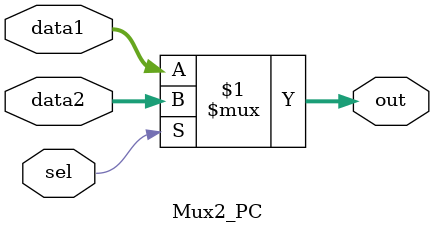
<source format=sv>
module Mux2_PC #(parameter MEMORY_ADDR_SIZE = 13) 
				(input logic [MEMORY_ADDR_SIZE-1:0] data1, data2, input logic sel, 
				output logic [MEMORY_ADDR_SIZE-1:0] out);
				
	assign out = sel ? data2 : data1;
endmodule

</source>
